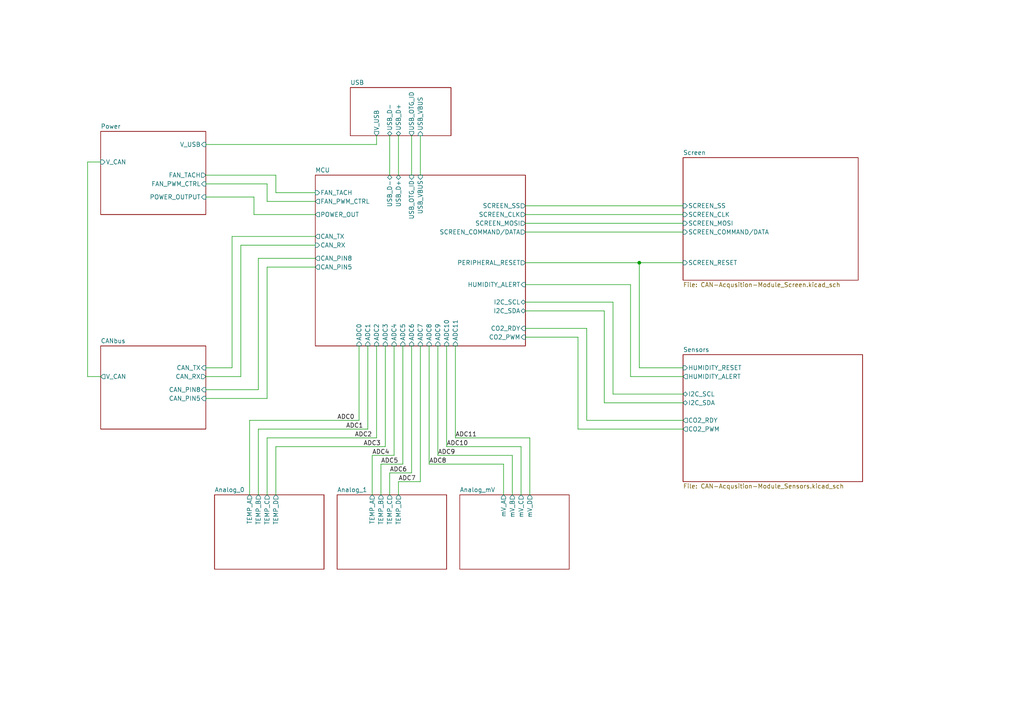
<source format=kicad_sch>
(kicad_sch (version 20211123) (generator eeschema)
  (paper "A4")
  (title_block (title "CANbus Acquisition Module") (date "2022-06-01") (rev "A1") (company "École de Technologie Supérieure - Laboratoire thermique et science du bâtiment (LTSB)") (comment 1 "Designer: Hugo Boyce"))
  (lib_symbols)
  (junction (at 185.42 76.2))
  (wire (pts (xy 59.69 57.15) (xy 73.66 57.15)))
  (wire (pts (xy 198.12 121.92) (xy 170.18 121.92)))
  (wire (pts (xy 114.3 132.08) (xy 114.3 100.33)))
  (wire (pts (xy 170.18 95.25) (xy 152.4 95.25)))
  (wire (pts (xy 113.03 137.16) (xy 119.38 137.16)))
  (wire (pts (xy 91.44 74.93) (xy 74.93 74.93)))
  (wire (pts (xy 152.4 59.69) (xy 198.12 59.69)))
  (wire (pts (xy 146.05 134.62) (xy 124.46 134.62)))
  (wire (pts (xy 74.93 143.51) (xy 74.93 124.46)))
  (wire (pts (xy 182.88 109.22) (xy 198.12 109.22)))
  (wire (pts (xy 148.59 143.51) (xy 148.59 132.08)))
  (wire (pts (xy 170.18 121.92) (xy 170.18 95.25)))
  (wire (pts (xy 182.88 82.55) (xy 182.88 109.22)))
  (wire (pts (xy 151.13 129.54) (xy 129.54 129.54)))
  (wire (pts (xy 80.01 55.88) (xy 91.44 55.88)))
  (wire (pts (xy 132.08 100.33) (xy 132.08 127)))
  (wire (pts (xy 107.95 143.51) (xy 107.95 132.08)))
  (wire (pts (xy 153.67 143.51) (xy 153.67 127)))
  (wire (pts (xy 152.4 62.23) (xy 198.12 62.23)))
  (wire (pts (xy 72.39 143.51) (xy 72.39 121.92)))
  (wire (pts (xy 59.69 50.8) (xy 80.01 50.8)))
  (wire (pts (xy 77.47 58.42) (xy 91.44 58.42)))
  (wire (pts (xy 152.4 64.77) (xy 198.12 64.77)))
  (wire (pts (xy 77.47 127) (xy 109.22 127)))
  (wire (pts (xy 69.85 109.22) (xy 69.85 71.12)))
  (wire (pts (xy 104.14 121.92) (xy 104.14 100.33)))
  (wire (pts (xy 152.4 97.79) (xy 167.64 97.79)))
  (wire (pts (xy 151.13 143.51) (xy 151.13 129.54)))
  (wire (pts (xy 59.69 109.22) (xy 69.85 109.22)))
  (wire (pts (xy 109.22 127) (xy 109.22 100.33)))
  (wire (pts (xy 113.03 39.37) (xy 113.03 50.8)))
  (wire (pts (xy 167.64 97.79) (xy 167.64 124.46)))
  (wire (pts (xy 73.66 57.15) (xy 73.66 62.23)))
  (wire (pts (xy 121.92 100.33) (xy 121.92 139.7)))
  (wire (pts (xy 198.12 106.68) (xy 185.42 106.68)))
  (wire (pts (xy 115.57 39.37) (xy 115.57 50.8)))
  (wire (pts (xy 148.59 132.08) (xy 127 132.08)))
  (wire (pts (xy 59.69 53.34) (xy 77.47 53.34)))
  (wire (pts (xy 115.57 143.51) (xy 115.57 139.7)))
  (wire (pts (xy 177.8 87.63) (xy 152.4 87.63)))
  (wire (pts (xy 77.47 77.47) (xy 77.47 115.57)))
  (wire (pts (xy 127 100.33) (xy 127 132.08)))
  (wire (pts (xy 91.44 68.58) (xy 67.31 68.58)))
  (wire (pts (xy 146.05 143.51) (xy 146.05 134.62)))
  (wire (pts (xy 119.38 137.16) (xy 119.38 100.33)))
  (wire (pts (xy 77.47 53.34) (xy 77.47 58.42)))
  (wire (pts (xy 177.8 114.3) (xy 177.8 87.63)))
  (wire (pts (xy 25.4 109.22) (xy 29.21 109.22)))
  (wire (pts (xy 73.66 62.23) (xy 91.44 62.23)))
  (wire (pts (xy 124.46 134.62) (xy 124.46 100.33)))
  (wire (pts (xy 72.39 121.92) (xy 104.14 121.92)))
  (wire (pts (xy 74.93 124.46) (xy 106.68 124.46)))
  (wire (pts (xy 110.49 143.51) (xy 110.49 134.62)))
  (wire (pts (xy 80.01 50.8) (xy 80.01 55.88)))
  (wire (pts (xy 69.85 71.12) (xy 91.44 71.12)))
  (wire (pts (xy 74.93 113.03) (xy 59.69 113.03)))
  (wire (pts (xy 110.49 134.62) (xy 116.84 134.62)))
  (wire (pts (xy 198.12 114.3) (xy 177.8 114.3)))
  (wire (pts (xy 91.44 77.47) (xy 77.47 77.47)))
  (wire (pts (xy 74.93 74.93) (xy 74.93 113.03)))
  (wire (pts (xy 67.31 68.58) (xy 67.31 106.68)))
  (wire (pts (xy 167.64 124.46) (xy 198.12 124.46)))
  (wire (pts (xy 121.92 39.37) (xy 121.92 50.8)))
  (wire (pts (xy 29.21 46.99) (xy 25.4 46.99)))
  (wire (pts (xy 152.4 82.55) (xy 182.88 82.55)))
  (wire (pts (xy 77.47 115.57) (xy 59.69 115.57)))
  (wire (pts (xy 119.38 39.37) (xy 119.38 50.8)))
  (wire (pts (xy 153.67 127) (xy 132.08 127)))
  (wire (pts (xy 175.26 90.17) (xy 175.26 116.84)))
  (wire (pts (xy 116.84 134.62) (xy 116.84 100.33)))
  (wire (pts (xy 106.68 124.46) (xy 106.68 100.33)))
  (wire (pts (xy 113.03 143.51) (xy 113.03 137.16)))
  (wire (pts (xy 152.4 67.31) (xy 198.12 67.31)))
  (wire (pts (xy 185.42 76.2) (xy 152.4 76.2)))
  (wire (pts (xy 77.47 143.51) (xy 77.47 127)))
  (wire (pts (xy 185.42 106.68) (xy 185.42 76.2)))
  (wire (pts (xy 67.31 106.68) (xy 59.69 106.68)))
  (wire (pts (xy 175.26 116.84) (xy 198.12 116.84)))
  (wire (pts (xy 25.4 46.99) (xy 25.4 109.22)))
  (wire (pts (xy 80.01 143.51) (xy 80.01 129.54)))
  (wire (pts (xy 111.76 129.54) (xy 111.76 100.33)))
  (wire (pts (xy 115.57 139.7) (xy 121.92 139.7)))
  (wire (pts (xy 59.69 41.91) (xy 109.22 41.91)))
  (wire (pts (xy 107.95 132.08) (xy 114.3 132.08)))
  (wire (pts (xy 152.4 90.17) (xy 175.26 90.17)))
  (wire (pts (xy 80.01 129.54) (xy 111.76 129.54)))
  (wire (pts (xy 198.12 76.2) (xy 185.42 76.2)))
  (wire (pts (xy 109.22 39.37) (xy 109.22 41.91)))
  (wire (pts (xy 129.54 100.33) (xy 129.54 129.54)))
  (label "ADC10" (at 129.54 129.54 0))
  (label "ADC6" (at 113.03 137.16 0))
  (label "ADC8" (at 124.46 134.62 0))
  (label "ADC2" (at 102.87 127 0))
  (label "ADC4" (at 107.95 132.08 0))
  (label "ADC5" (at 110.49 134.62 0))
  (label "ADC7" (at 115.57 139.7 0))
  (label "ADC0" (at 97.79 121.92 0))
  (label "ADC9" (at 127 132.08 0))
  (label "ADC11" (at 132.08 127 0))
  (label "ADC1" (at 100.33 124.46 0))
  (label "ADC3" (at 105.41 129.54 0))
  (sheet (at 91.44 50.8) (size 60.96 49.53)
    (property "Sheet name" "MCU" (at 91.44 50.0884 0) (effects (justify left bottom)))
    (property "Sheet file" "CAN-Acquisition-Module_MCU.kicad_sch" (effects hide))
    (pin "USB_VBUS" input (at 121.92 50.8 90))
    (pin "CAN_RX" input (at 91.44 71.12 180))
    (pin "CAN_PIN8" output (at 91.44 74.93 180))
    (pin "CAN_PIN5" output (at 91.44 77.47 180))
    (pin "CAN_TX" output (at 91.44 68.58 180))
    (pin "POWER_OUT" output (at 91.44 62.23 180))
    (pin "FAN_TACH" input (at 91.44 55.88 180))
    (pin "FAN_PWM_CTRL" output (at 91.44 58.42 180))
    (pin "USB_OTG_ID" input (at 119.38 50.8 90))
    (pin "USB_D-" bidirectional (at 113.03 50.8 90))
    (pin "USB_D+" bidirectional (at 115.57 50.8 90))
    (pin "ADC10" input (at 129.54 100.33 270))
    (pin "ADC9" input (at 127 100.33 270))
    (pin "ADC7" input (at 121.92 100.33 270))
    (pin "ADC8" input (at 124.46 100.33 270))
    (pin "ADC11" input (at 132.08 100.33 270))
    (pin "ADC0" input (at 104.14 100.33 270))
    (pin "ADC1" input (at 106.68 100.33 270))
    (pin "ADC5" input (at 116.84 100.33 270))
    (pin "ADC4" input (at 114.3 100.33 270))
    (pin "ADC6" input (at 119.38 100.33 270))
    (pin "ADC2" input (at 109.22 100.33 270))
    (pin "ADC3" input (at 111.76 100.33 270))
    (pin "I2C_SCL" bidirectional (at 152.4 87.63 0))
    (pin "I2C_SDA" bidirectional (at 152.4 90.17 0))
    (pin "CO2_PWM" input (at 152.4 97.79 0))
    (pin "CO2_RDY" input (at 152.4 95.25 0))
    (pin "HUMIDITY_ALERT" input (at 152.4 82.55 0))
    (pin "PERIPHERAL_RESET" output (at 152.4 76.2 0))
    (pin "SCREEN_SS" output (at 152.4 59.69 0))
    (pin "SCREEN_CLK" output (at 152.4 62.23 0))
    (pin "SCREEN_MOSI" output (at 152.4 64.77 0))
    (pin "SCREEN_COMMAND{slash}DATA" output (at 152.4 67.31 0))
  )
  (sheet (at 29.21 38.1) (size 30.48 24.13)
    (property "Sheet name" "Power" (at 29.21 37.3884 0) (effects (justify left bottom)))
    (property "Sheet file" "CAN-Acquisition-Module_Power.kicad_sch" (effects hide))
    (pin "V_CAN" input (at 29.21 46.99 180))
    (pin "V_USB" input (at 59.69 41.91 0))
    (pin "POWER_OUTPUT" input (at 59.69 57.15 0))
    (pin "FAN_PWM_CTRL" input (at 59.69 53.34 0))
    (pin "FAN_TACH" output (at 59.69 50.8 0))
  )
  (sheet (at 101.6 25.4) (size 29.21 13.97) (stroke (width 0.1524))
    (property "Sheet name" "USB" (at 101.6 24.6884 0) (effects (justify left bottom)))
    (property "Sheet file" "CAN-Acquisition-Module_USB.kicad_sch" (effects hide))
    (pin "USB_VBUS" input (at 121.92 39.37 270))
    (pin "USB_D-" bidirectional (at 113.03 39.37 270))
    (pin "USB_D+" bidirectional (at 115.57 39.37 270))
    (pin "USB_OTG_ID" output (at 119.38 39.37 270))
    (pin "V_USB" output (at 109.22 39.37 270))
  )
  (sheet (at 198.12 102.87) (size 52.07 36.83) (stroke (width 0.1524))
    (property "Sheet name" "Sensors" (at 198.12 102.1584 0) (effects (justify left bottom)))
    (property "Sheet file" "CAN-Acqusition-Module_Sensors.kicad_sch" (at 198.12 140.2846 0) (effects (justify left top)))
    (pin "HUMIDITY_RESET" input (at 198.12 106.68 180))
    (pin "CO2_RDY" output (at 198.12 121.92 180))
    (pin "CO2_PWM" output (at 198.12 124.46 180))
    (pin "HUMIDITY_ALERT" output (at 198.12 109.22 180))
    (pin "I2C_SCL" bidirectional (at 198.12 114.3 180))
    (pin "I2C_SDA" bidirectional (at 198.12 116.84 180))
  )
  (sheet (at 29.21 100.33) (size 30.48 24.13) (stroke (width 0.1524))
    (property "Sheet name" "CANbus" (at 29.21 99.6184 0) (effects (justify left bottom)))
    (property "Sheet file" "CAN-Acquisition-Module_CANbus.kicad_sch" (effects hide))
    (pin "CAN_TX" input (at 59.69 106.68 0))
    (pin "CAN_PIN8" input (at 59.69 113.03 0))
    (pin "CAN_PIN5" input (at 59.69 115.57 0))
    (pin "CAN_RX" output (at 59.69 109.22 0))
    (pin "V_CAN" output (at 29.21 109.22 180))
  )
  (sheet (at 198.12 45.72) (size 50.8 35.56) (stroke (width 0.1524))
    (property "Sheet name" "Screen" (at 198.12 45.0084 0) (effects (justify left bottom)))
    (property "Sheet file" "CAN-Acqusition-Module_Screen.kicad_sch" (at 198.12 81.8646 0) (effects (justify left top)))
    (pin "SCREEN_MOSI" input (at 198.12 64.77 180))
    (pin "SCREEN_SS" input (at 198.12 59.69 180))
    (pin "SCREEN_RESET" input (at 198.12 76.2 180))
    (pin "SCREEN_COMMAND{slash}DATA" input (at 198.12 67.31 180))
    (pin "SCREEN_CLK" input (at 198.12 62.23 180))
  )
  (sheet (at 62.23 143.51) (size 31.75 21.59) (stroke (width 0.1524))
    (property "Sheet name" "Analog_0" (at 62.23 142.7984 0) (effects (justify left bottom)))
    (property "Sheet file" "CAN-Acquisition-Module_Analog_0.kicad_sch" (effects hide))
    (pin "TEMP_A" output (at 72.39 143.51 90))
    (pin "TEMP_B" output (at 74.93 143.51 90))
    (pin "TEMP_C" output (at 77.47 143.51 90))
    (pin "TEMP_D" output (at 80.01 143.51 90))
  )
  (sheet (at 133.35 143.51) (size 31.75 21.59) (stroke (width 0.1524))
    (property "Sheet name" "Analog_mV" (at 133.35 142.7984 0) (effects (justify left bottom)))
    (property "Sheet file" "CAN-Acquisition-Module_Analog_mV.kicad_sch" (effects hide))
    (pin "mV_D" output (at 153.67 143.51 90))
    (pin "mV_C" output (at 151.13 143.51 90))
    (pin "mV_B" output (at 148.59 143.51 90))
    (pin "mV_A" output (at 146.05 143.51 90))
  )
  (sheet (at 97.79 143.51) (size 31.75 21.59) (stroke (width 0.1524))
    (property "Sheet name" "Analog_1" (at 97.79 142.7984 0) (effects (justify left bottom)))
    (property "Sheet file" "CAN-Acquisition-Module_Analog_0.kicad_sch" (effects hide))
    (pin "TEMP_A" output (at 107.95 143.51 90))
    (pin "TEMP_B" output (at 110.49 143.51 90))
    (pin "TEMP_C" output (at 113.03 143.51 90))
    (pin "TEMP_D" output (at 115.57 143.51 90))
  )
)
</source>
